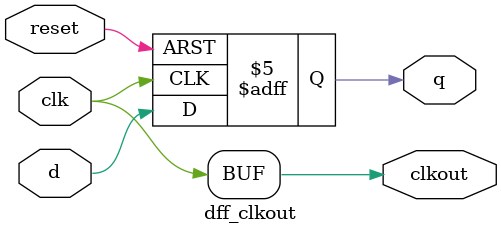
<source format=v>
module dff_clkout(clkout, q, d, clk, reset);

   input d;
   input clk;
   input reset;
   output clkout;
   reg clkout;
   output q;
   reg 	  q;

   always @(posedge clkout or negedge reset) begin
      if (reset == 0) begin
	 q <= 0;
      end
      else begin
	 q <= d;
      end
   end // always @ (posedge clk or negedge reset)

   initial begin
      clkout = 0;
      q = 0;
   end
      
   always @(clk)
       clkout = clk;
   

endmodule // inc

</source>
